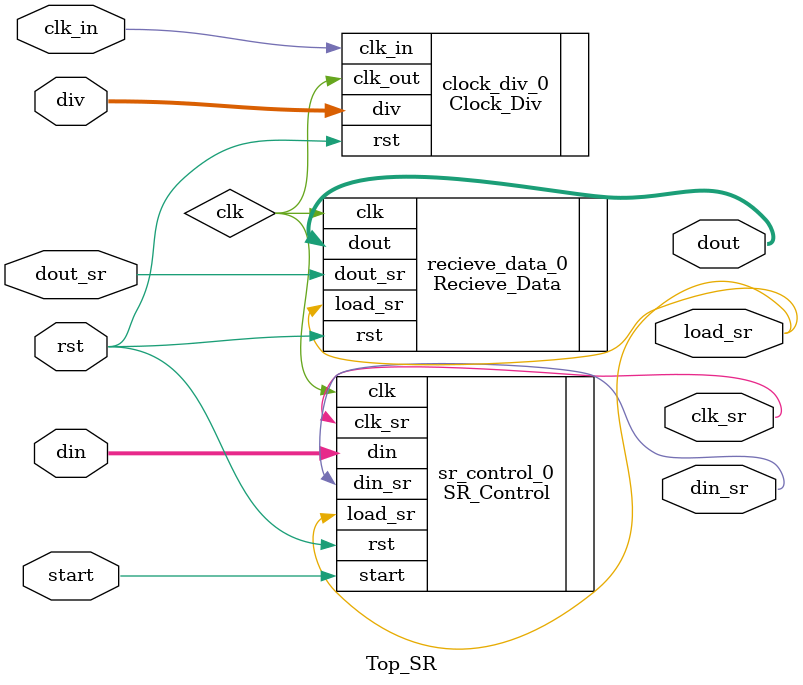
<source format=v>
`timescale 1ns / 1ps
`define WIDTH 170


module Top_SR(
    input clk_in,
    input rst,
    input [3:0] div,
    input start,
    input [`WIDTH-1:0] din,
    input dout_sr,
    output clk_sr,
    output din_sr,
    output load_sr,
    output [`WIDTH-1:0] dout
    );

wire clk;  

Clock_Div clock_div_0(
        .clk_in(clk_in),
        .div(div),
        .rst(rst),
        .clk_out(clk)
        );
            
SR_Control sr_control_0(
         .din(din),
         .clk(clk),
         .rst(rst),
         .start(start),
         .din_sr(din_sr),
         .load_sr(load_sr),
         .clk_sr(clk_sr)
        );
        
Recieve_Data recieve_data_0(
        .dout_sr(dout_sr),
        .clk(clk),
        .rst(rst),
        .load_sr(load_sr),
        .dout(dout)
        );                         
endmodule

</source>
